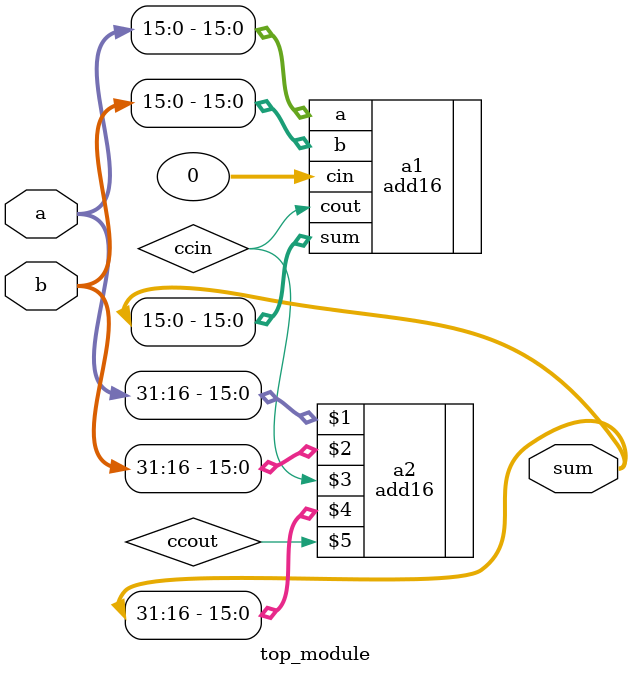
<source format=v>

module add1(
    input a,
    input b,
    input cin,
    output sum,
    output cout
);

assign sum=a^b^cin;
assign cout=(a&b)|(a&cin)|(b&cin);

endmodule

module top_module(
    input [31:0]a,
    input [31:0]b,
    output [31:0]sum
);

wire ccin,ccout;


add16 a1(
    .a(a[15:0]),
    .b(b[15:0]),
    .cin(0),
    .sum(sum[15:0]),
    .cout(ccin)
);

add16 a2(
    a[31:16],b[31:16],ccin,
    sum[31:16],ccout
);

endmodule
</source>
